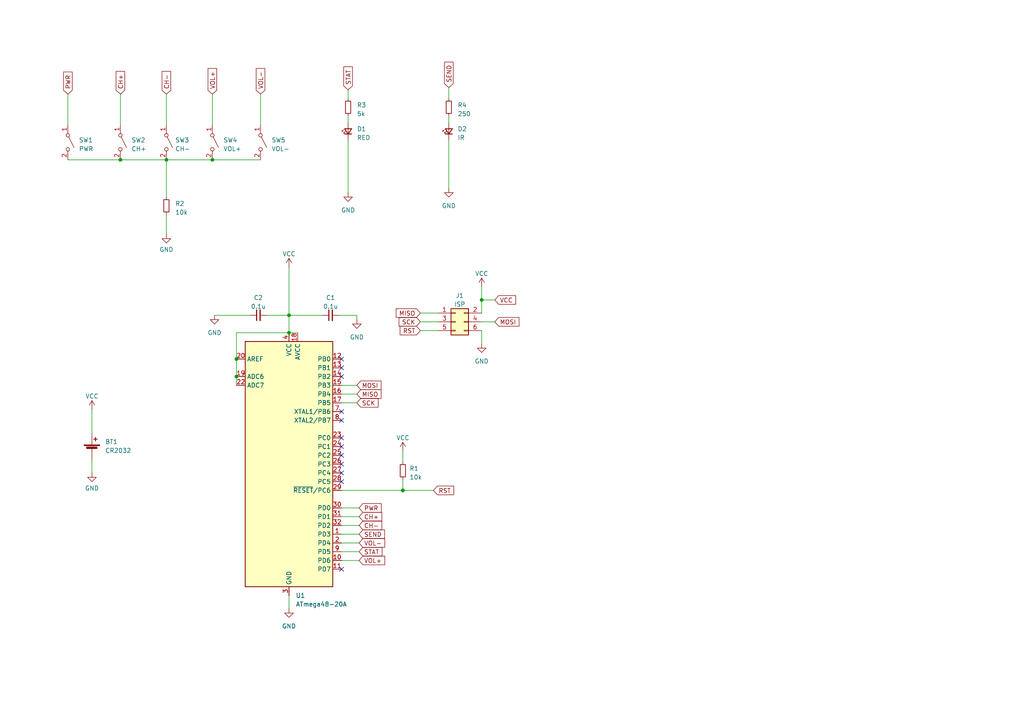
<source format=kicad_sch>
(kicad_sch (version 20230121) (generator eeschema)
  (paper "A4")
  (lib_symbols
    (symbol "Connector_Generic:Conn_02x03_Odd_Even" (pin_names (offset 1.016) hide)
      (property "Reference" "J" (at 1.27 5.08 0))
      (property "Value" "Conn_02x03_Odd_Even" (at 1.27 -5.08 0))
      (symbol "Conn_02x03_Odd_Even_1_1"
        (rectangle (start -1.27 -2.413) (end 0 -2.667) (stroke (width 0.1524)))
        (rectangle (start -1.27 0.127) (end 0 -0.127) (stroke (width 0.1524)))
        (rectangle (start -1.27 2.667) (end 0 2.413) (stroke (width 0.1524)))
        (rectangle (start -1.27 3.81) (end 3.81 -3.81) (stroke (width 0.254)) (fill (type background)))
        (rectangle (start 3.81 -2.413) (end 2.54 -2.667) (stroke (width 0.1524)))
        (rectangle (start 3.81 0.127) (end 2.54 -0.127) (stroke (width 0.1524)))
        (rectangle (start 3.81 2.667) (end 2.54 2.413) (stroke (width 0.1524)))
        (pin passive line (at -5.08 2.54 0) (length 3.81) (name "Pin_1") (number "1"))
        (pin passive line (at 7.62 2.54 180) (length 3.81) (name "Pin_2") (number "2"))
        (pin passive line (at -5.08 0 0) (length 3.81) (name "Pin_3") (number "3"))
        (pin passive line (at 7.62 0 180) (length 3.81) (name "Pin_4") (number "4"))
        (pin passive line (at -5.08 -2.54 0) (length 3.81) (name "Pin_5") (number "5"))
        (pin passive line (at 7.62 -2.54 180) (length 3.81) (name "Pin_6") (number "6"))
      )
    )
    (symbol "Device:Battery_Cell" (pin_numbers hide) (pin_names (offset 0) hide)
      (property "Reference" "BT" (at 2.54 2.54 0))
      (property "Value" "Battery_Cell" (at 2.54 0 0))
      (symbol "Battery_Cell_0_1"
        (rectangle (start -2.286 1.778) (end 2.286 1.524) (fill (type outline)))
        (rectangle (start -1.5748 1.1938) (end 1.4732 0.6858) (fill (type outline)))
        (polyline (pts (xy 0 0.762) (xy 0 0)))
        (polyline (pts (xy 0 1.778) (xy 0 2.54)))
        (polyline (pts (xy 0.508 3.429) (xy 1.524 3.429)) (stroke (width 0.254)))
        (polyline (pts (xy 1.016 3.937) (xy 1.016 2.921)) (stroke (width 0.254)))
      )
      (symbol "Battery_Cell_1_1"
        (pin passive line (at 0 5.08 270) (length 2.54) (name "+") (number "1"))
        (pin passive line (at 0 -2.54 90) (length 2.54) (name "-") (number "2"))
      )
    )
    (symbol "Device:C_Small" (pin_numbers hide) (pin_names (offset 0.254) hide)
      (property "Reference" "C" (at 0.254 1.778 0))
      (property "Value" "C_Small" (at 0.254 -2.032 0))
      (symbol "C_Small_0_1"
        (polyline (pts (xy -1.524 -0.508) (xy 1.524 -0.508)) (stroke (width 0.3302)))
        (polyline (pts (xy -1.524 0.508) (xy 1.524 0.508)) (stroke (width 0.3048)))
      )
      (symbol "C_Small_1_1"
        (pin passive line (at 0 2.54 270) (length 2.032) (name "~") (number "1"))
        (pin passive line (at 0 -2.54 90) (length 2.032) (name "~") (number "2"))
      )
    )
    (symbol "Device:LED_Small" (pin_numbers hide) (pin_names (offset 0.254) hide)
      (property "Reference" "D" (at -1.27 3.175 0))
      (property "Value" "LED_Small" (at -4.445 -2.54 0))
      (symbol "LED_Small_0_1"
        (polyline (pts (xy -0.762 -1.016) (xy -0.762 1.016)) (stroke (width 0.254)))
        (polyline (pts (xy 1.016 0) (xy -0.762 0)))
        (polyline (pts (xy 0.762 -1.016) (xy -0.762 0) (xy 0.762 1.016) (xy 0.762 -1.016)) (stroke (width 0.254)))
        (polyline (pts (xy 0 0.762) (xy -0.508 1.27) (xy -0.254 1.27) (xy -0.508 1.27) (xy -0.508 1.016)))
        (polyline (pts (xy 0.508 1.27) (xy 0 1.778) (xy 0.254 1.778) (xy 0 1.778) (xy 0 1.524)))
      )
      (symbol "LED_Small_1_1"
        (pin passive line (at -2.54 0 0) (length 1.778) (name "K") (number "1"))
        (pin passive line (at 2.54 0 180) (length 1.778) (name "A") (number "2"))
      )
    )
    (symbol "Device:R_Small" (pin_numbers hide) (pin_names (offset 0.254) hide)
      (property "Reference" "R" (at 0.762 0.508 0))
      (property "Value" "R_Small" (at 0.762 -1.016 0))
      (symbol "R_Small_0_1"
        (rectangle (start -0.762 1.778) (end 0.762 -1.778) (stroke (width 0.2032)))
      )
      (symbol "R_Small_1_1"
        (pin passive line (at 0 2.54 270) (length 0.762) (name "~") (number "1"))
        (pin passive line (at 0 -2.54 90) (length 0.762) (name "~") (number "2"))
      )
    )
    (symbol "MCU_Microchip_ATmega:ATmega48-20A"
      (property "Reference" "U" (at -12.7 36.83 0))
      (property "Value" "ATmega48-20A" (at 2.54 -36.83 0))
      (symbol "ATmega48-20A_0_1"
        (rectangle (start -12.7 -35.56) (end 12.7 35.56) (stroke (width 0.254)) (fill (type background)))
      )
      (symbol "ATmega48-20A_1_1"
        (pin bidirectional line (at 15.24 -20.32 180) (length 2.54) (name "PD3") (number "1"))
        (pin bidirectional line (at 15.24 -27.94 180) (length 2.54) (name "PD6") (number "10"))
        (pin bidirectional line (at 15.24 -30.48 180) (length 2.54) (name "PD7") (number "11"))
        (pin bidirectional line (at 15.24 30.48 180) (length 2.54) (name "PB0") (number "12"))
        (pin bidirectional line (at 15.24 27.94 180) (length 2.54) (name "PB1") (number "13"))
        (pin bidirectional line (at 15.24 25.4 180) (length 2.54) (name "PB2") (number "14"))
        (pin bidirectional line (at 15.24 22.86 180) (length 2.54) (name "PB3") (number "15"))
        (pin bidirectional line (at 15.24 20.32 180) (length 2.54) (name "PB4") (number "16"))
        (pin bidirectional line (at 15.24 17.78 180) (length 2.54) (name "PB5") (number "17"))
        (pin power_in line (at 2.54 38.1 270) (length 2.54) (name "AVCC") (number "18"))
        (pin input line (at -15.24 25.4 0) (length 2.54) (name "ADC6") (number "19"))
        (pin bidirectional line (at 15.24 -22.86 180) (length 2.54) (name "PD4") (number "2"))
        (pin passive line (at -15.24 30.48 0) (length 2.54) (name "AREF") (number "20"))
        (pin passive line (at 0 -38.1 90) (length 2.54) hide (name "GND") (number "21"))
        (pin input line (at -15.24 22.86 0) (length 2.54) (name "ADC7") (number "22"))
        (pin bidirectional line (at 15.24 7.62 180) (length 2.54) (name "PC0") (number "23"))
        (pin bidirectional line (at 15.24 5.08 180) (length 2.54) (name "PC1") (number "24"))
        (pin bidirectional line (at 15.24 2.54 180) (length 2.54) (name "PC2") (number "25"))
        (pin bidirectional line (at 15.24 0 180) (length 2.54) (name "PC3") (number "26"))
        (pin bidirectional line (at 15.24 -2.54 180) (length 2.54) (name "PC4") (number "27"))
        (pin bidirectional line (at 15.24 -5.08 180) (length 2.54) (name "PC5") (number "28"))
        (pin bidirectional line (at 15.24 -7.62 180) (length 2.54) (name "~{RESET}/PC6") (number "29"))
        (pin power_in line (at 0 -38.1 90) (length 2.54) (name "GND") (number "3"))
        (pin bidirectional line (at 15.24 -12.7 180) (length 2.54) (name "PD0") (number "30"))
        (pin bidirectional line (at 15.24 -15.24 180) (length 2.54) (name "PD1") (number "31"))
        (pin bidirectional line (at 15.24 -17.78 180) (length 2.54) (name "PD2") (number "32"))
        (pin power_in line (at 0 38.1 270) (length 2.54) (name "VCC") (number "4"))
        (pin passive line (at 0 -38.1 90) (length 2.54) hide (name "GND") (number "5"))
        (pin passive line (at 0 38.1 270) (length 2.54) hide (name "VCC") (number "6"))
        (pin bidirectional line (at 15.24 15.24 180) (length 2.54) (name "XTAL1/PB6") (number "7"))
        (pin bidirectional line (at 15.24 12.7 180) (length 2.54) (name "XTAL2/PB7") (number "8"))
        (pin bidirectional line (at 15.24 -25.4 180) (length 2.54) (name "PD5") (number "9"))
      )
    )
    (symbol "Switch:SW_SPST" (pin_names (offset 0) hide)
      (property "Reference" "SW" (at 0 3.175 0))
      (property "Value" "SW_SPST" (at 0 -2.54 0))
      (symbol "SW_SPST_0_0"
        (circle (center -2.032 0) (radius 0.508))
        (polyline (pts (xy -1.524 0.254) (xy 1.524 1.778)))
        (circle (center 2.032 0) (radius 0.508))
      )
      (symbol "SW_SPST_1_1"
        (pin passive line (at -5.08 0 0) (length 2.54) (name "A") (number "1"))
        (pin passive line (at 5.08 0 180) (length 2.54) (name "B") (number "2"))
      )
    )
    (symbol "power:GND" (power) (pin_names (offset 0))
      (property "Value" "GND" (at 0 -3.81 0))
      (symbol "GND_0_1"
        (polyline (pts (xy 0 0) (xy 0 -1.27) (xy 1.27 -1.27) (xy 0 -2.54) (xy -1.27 -1.27) (xy 0 -1.27)))
      )
      (symbol "GND_1_1"
        (pin power_in line (at 0 0 270) (length 0) hide (name "GND") (number "1"))
      )
    )
    (symbol "power:VCC" (power) (pin_names (offset 0))
      (property "Value" "VCC" (at 0 3.81 0))
      (symbol "VCC_0_1"
        (polyline (pts (xy -0.762 1.27) (xy 0 2.54)))
        (polyline (pts (xy 0 0) (xy 0 2.54)))
        (polyline (pts (xy 0 2.54) (xy 0.762 1.27)))
      )
      (symbol "VCC_1_1"
        (pin power_in line (at 0 0 90) (length 0) hide (name "VCC") (number "1"))
      )
    )
  )
  (junction (at 116.84 142.24))
  (junction (at 61.595 46.355))
  (junction (at 68.58 109.22))
  (junction (at 139.7 86.995))
  (junction (at 48.26 46.355))
  (junction (at 83.82 96.52))
  (junction (at 83.82 91.44))
  (junction (at 34.925 46.355))
  (junction (at 68.58 104.14))
  (no_connect (at 99.06 119.38))
  (no_connect (at 99.06 109.22))
  (no_connect (at 99.06 134.62))
  (no_connect (at 99.06 104.14))
  (no_connect (at 99.06 129.54))
  (no_connect (at 99.06 121.92))
  (no_connect (at 99.06 106.68))
  (no_connect (at 99.06 165.1))
  (no_connect (at 99.06 137.16))
  (no_connect (at 99.06 139.7))
  (no_connect (at 99.06 132.08))
  (no_connect (at 99.06 127))
  (wire (pts (xy 99.06 152.4) (xy 104.14 152.4)))
  (wire (pts (xy 75.565 27.305) (xy 75.565 36.195)))
  (wire (pts (xy 99.06 154.94) (xy 104.14 154.94)))
  (wire (pts (xy 99.06 149.86) (xy 104.14 149.86)))
  (wire (pts (xy 62.23 91.44) (xy 72.39 91.44)))
  (wire (pts (xy 121.92 90.805) (xy 127 90.805)))
  (wire (pts (xy 130.175 25.4) (xy 130.175 28.575)))
  (wire (pts (xy 121.92 93.345) (xy 127 93.345)))
  (wire (pts (xy 100.965 33.655) (xy 100.965 35.56)))
  (wire (pts (xy 99.06 147.32) (xy 104.14 147.32)))
  (wire (pts (xy 99.06 157.48) (xy 104.14 157.48)))
  (wire (pts (xy 99.06 160.02) (xy 104.14 160.02)))
  (wire (pts (xy 83.82 91.44) (xy 83.82 96.52)))
  (wire (pts (xy 68.58 104.14) (xy 68.58 109.22)))
  (wire (pts (xy 48.26 46.355) (xy 61.595 46.355)))
  (wire (pts (xy 68.58 96.52) (xy 83.82 96.52)))
  (wire (pts (xy 93.345 91.44) (xy 83.82 91.44)))
  (wire (pts (xy 98.425 91.44) (xy 103.505 91.44)))
  (wire (pts (xy 139.7 93.345) (xy 143.51 93.345)))
  (wire (pts (xy 26.67 133.35) (xy 26.67 137.16)))
  (wire (pts (xy 48.26 62.23) (xy 48.26 67.945)))
  (wire (pts (xy 139.7 83.185) (xy 139.7 86.995)))
  (wire (pts (xy 99.06 111.76) (xy 103.505 111.76)))
  (wire (pts (xy 139.7 95.885) (xy 139.7 99.695)))
  (wire (pts (xy 19.685 46.355) (xy 34.925 46.355)))
  (wire (pts (xy 121.92 95.885) (xy 127 95.885)))
  (wire (pts (xy 48.26 27.305) (xy 48.26 36.195)))
  (wire (pts (xy 61.595 27.305) (xy 61.595 36.195)))
  (wire (pts (xy 83.82 172.72) (xy 83.82 176.53)))
  (wire (pts (xy 34.925 27.305) (xy 34.925 36.195)))
  (wire (pts (xy 26.67 118.745) (xy 26.67 125.73)))
  (wire (pts (xy 68.58 104.14) (xy 68.58 96.52)))
  (wire (pts (xy 99.06 142.24) (xy 116.84 142.24)))
  (wire (pts (xy 48.26 46.355) (xy 48.26 57.15)))
  (wire (pts (xy 99.06 162.56) (xy 104.14 162.56)))
  (wire (pts (xy 61.595 46.355) (xy 75.565 46.355)))
  (wire (pts (xy 68.58 109.22) (xy 68.58 111.76)))
  (wire (pts (xy 116.84 130.81) (xy 116.84 133.985)))
  (wire (pts (xy 83.82 96.52) (xy 86.36 96.52)))
  (wire (pts (xy 99.06 114.3) (xy 103.505 114.3)))
  (wire (pts (xy 139.7 86.995) (xy 139.7 90.805)))
  (wire (pts (xy 100.965 26.035) (xy 100.965 28.575)))
  (wire (pts (xy 100.965 40.64) (xy 100.965 55.88)))
  (wire (pts (xy 103.505 91.44) (xy 103.505 92.71)))
  (wire (pts (xy 139.7 86.995) (xy 143.51 86.995)))
  (wire (pts (xy 19.685 27.305) (xy 19.685 36.195)))
  (wire (pts (xy 116.84 142.24) (xy 125.73 142.24)))
  (wire (pts (xy 99.06 116.84) (xy 103.505 116.84)))
  (wire (pts (xy 77.47 91.44) (xy 83.82 91.44)))
  (wire (pts (xy 130.175 40.64) (xy 130.175 54.61)))
  (wire (pts (xy 83.82 77.47) (xy 83.82 91.44)))
  (wire (pts (xy 34.925 46.355) (xy 48.26 46.355)))
  (wire (pts (xy 116.84 142.24) (xy 116.84 139.065)))
  (wire (pts (xy 130.175 33.655) (xy 130.175 35.56)))
  (global_label "MISO" (shape input) (at 103.505 114.3 0) (property "Intersheetrefs" "${INTERSHEET_REFS}" (effects hide)))
  (global_label "VOL-" (shape input) (at 104.14 157.48 0) (property "Intersheetrefs" "${INTERSHEET_REFS}" (effects hide)))
  (global_label "VOL-" (shape input) (at 75.565 27.305 90) (property "Intersheetrefs" "${INTERSHEET_REFS}" (effects hide)))
  (global_label "PWR" (shape input) (at 19.685 27.305 90) (property "Intersheetrefs" "${INTERSHEET_REFS}" (effects hide)))
  (global_label "VOL+" (shape input) (at 61.595 27.305 90) (property "Intersheetrefs" "${INTERSHEET_REFS}" (effects hide)))
  (global_label "RST" (shape input) (at 125.73 142.24 0) (property "Intersheetrefs" "${INTERSHEET_REFS}" (effects hide)))
  (global_label "SEND" (shape input) (at 130.175 25.4 90) (property "Intersheetrefs" "${INTERSHEET_REFS}" (effects hide)))
  (global_label "MOSI" (shape input) (at 143.51 93.345 0) (property "Intersheetrefs" "${INTERSHEET_REFS}" (effects hide)))
  (global_label "STAT" (shape input) (at 100.965 26.035 90) (property "Intersheetrefs" "${INTERSHEET_REFS}" (effects hide)))
  (global_label "SCK" (shape input) (at 121.92 93.345 180) (property "Intersheetrefs" "${INTERSHEET_REFS}" (effects hide)))
  (global_label "SEND" (shape input) (at 104.14 154.94 0) (property "Intersheetrefs" "${INTERSHEET_REFS}" (effects hide)))
  (global_label "RST" (shape input) (at 121.92 95.885 180) (property "Intersheetrefs" "${INTERSHEET_REFS}" (effects hide)))
  (global_label "CH-" (shape input) (at 104.14 152.4 0) (property "Intersheetrefs" "${INTERSHEET_REFS}" (effects hide)))
  (global_label "CH+" (shape input) (at 34.925 27.305 90) (property "Intersheetrefs" "${INTERSHEET_REFS}" (effects hide)))
  (global_label "VOL+" (shape input) (at 104.14 162.56 0) (property "Intersheetrefs" "${INTERSHEET_REFS}" (effects hide)))
  (global_label "CH+" (shape input) (at 104.14 149.86 0) (property "Intersheetrefs" "${INTERSHEET_REFS}" (effects hide)))
  (global_label "MOSI" (shape input) (at 103.505 111.76 0) (property "Intersheetrefs" "${INTERSHEET_REFS}" (effects hide)))
  (global_label "VCC" (shape input) (at 143.51 86.995 0) (property "Intersheetrefs" "${INTERSHEET_REFS}" (effects hide)))
  (global_label "MISO" (shape input) (at 121.92 90.805 180) (property "Intersheetrefs" "${INTERSHEET_REFS}" (effects hide)))
  (global_label "STAT" (shape input) (at 104.14 160.02 0) (property "Intersheetrefs" "${INTERSHEET_REFS}" (effects hide)))
  (global_label "CH-" (shape input) (at 48.26 27.305 90) (property "Intersheetrefs" "${INTERSHEET_REFS}" (effects hide)))
  (global_label "SCK" (shape input) (at 103.505 116.84 0) (property "Intersheetrefs" "${INTERSHEET_REFS}" (effects hide)))
  (global_label "PWR" (shape input) (at 104.14 147.32 0) (property "Intersheetrefs" "${INTERSHEET_REFS}" (effects hide)))
  (symbol (lib_id "Device:R_Small") (at 116.84 136.525 0) (unit 1)
    (property "Reference" "R1" (at 118.745 135.89 0) (effects (justify left)))
    (property "Value" "10k" (at 118.745 138.43 0) (effects (justify left)))
    (property "Footprint" "Resistor_SMD:R_0805_2012Metric" (effects hide))
  )
  (symbol (lib_id "power:GND") (at 83.82 176.53 0) (unit 1)
    (property "Reference" "#PWR01" (effects hide))
    (property "Value" "GND" (at 83.82 181.61 0))
  )
  (symbol (lib_id "Switch:SW_SPST") (at 34.925 41.275 270) (unit 1)
    (property "Reference" "SW2" (at 38.1 40.64 90) (effects (justify left)))
    (property "Value" "CH+" (at 38.1 43.18 90) (effects (justify left)))
    (property "Footprint" "Button_Switch_SMD:SW_SPST_TL3342" (effects hide))
  )
  (symbol (lib_id "Device:R_Small") (at 130.175 31.115 0) (unit 1)
    (property "Reference" "R4" (at 132.715 30.48 0) (effects (justify left)))
    (property "Value" "250" (at 132.715 33.02 0) (effects (justify left)))
    (property "Footprint" "Resistor_SMD:R_0805_2012Metric" (effects hide))
  )
  (symbol (lib_id "Device:C_Small") (at 95.885 91.44 90) (unit 1)
    (property "Reference" "C1" (at 95.8913 86.36 90))
    (property "Value" "0.1u" (at 95.8913 88.9 90))
    (property "Footprint" "Capacitor_SMD:C_0805_2012Metric" (effects hide))
  )
  (symbol (lib_id "power:VCC") (at 26.67 118.745 0) (unit 1)
    (property "Reference" "#PWR012" (effects hide))
    (property "Value" "VCC" (at 26.67 114.935 0))
  )
  (symbol (lib_id "Switch:SW_SPST") (at 61.595 41.275 270) (unit 1)
    (property "Reference" "SW4" (at 64.77 40.64 90) (effects (justify left)))
    (property "Value" "VOL+" (at 64.77 43.18 90) (effects (justify left)))
    (property "Footprint" "Button_Switch_SMD:SW_SPST_TL3342" (effects hide))
  )
  (symbol (lib_id "Device:Battery_Cell") (at 26.67 130.81 0) (unit 1)
    (property "Reference" "BT1" (at 30.48 128.143 0) (effects (justify left)))
    (property "Value" "CR2032" (at 30.48 130.683 0) (effects (justify left)))
    (property "Footprint" "Battery:BatteryHolder_Keystone_106_1x20mm" (effects hide))
  )
  (symbol (lib_id "power:GND") (at 139.7 99.695 0) (unit 1)
    (property "Reference" "#PWR09" (effects hide))
    (property "Value" "GND" (at 139.7 104.775 0))
  )
  (symbol (lib_id "power:GND") (at 62.23 91.44 0) (unit 1)
    (property "Reference" "#PWR03" (effects hide))
    (property "Value" "GND" (at 62.23 96.52 0))
  )
  (symbol (lib_id "Switch:SW_SPST") (at 48.26 41.275 270) (unit 1)
    (property "Reference" "SW3" (at 50.8 40.64 90) (effects (justify left)))
    (property "Value" "CH-" (at 50.8 43.18 90) (effects (justify left)))
    (property "Footprint" "Button_Switch_SMD:SW_SPST_TL3342" (effects hide))
  )
  (symbol (lib_id "power:GND") (at 48.26 67.945 0) (unit 1)
    (property "Reference" "#PWR06" (effects hide))
    (property "Value" "GND" (at 48.26 72.39 0))
  )
  (symbol (lib_id "Switch:SW_SPST") (at 75.565 41.275 270) (unit 1)
    (property "Reference" "SW5" (at 78.74 40.64 90) (effects (justify left)))
    (property "Value" "VOL-" (at 78.74 43.18 90) (effects (justify left)))
    (property "Footprint" "Button_Switch_SMD:SW_SPST_TL3342" (effects hide))
  )
  (symbol (lib_id "power:GND") (at 103.505 92.71 0) (unit 1)
    (property "Reference" "#PWR04" (effects hide))
    (property "Value" "GND" (at 103.505 97.79 0))
  )
  (symbol (lib_id "power:VCC") (at 83.82 77.47 0) (unit 1)
    (property "Reference" "#PWR02" (effects hide))
    (property "Value" "VCC" (at 83.82 73.66 0))
  )
  (symbol (lib_id "Device:LED_Small") (at 100.965 38.1 90) (unit 1)
    (property "Reference" "D1" (at 103.505 37.4015 90) (effects (justify right)))
    (property "Value" "RED" (at 103.505 39.9415 90) (effects (justify right)))
    (property "Footprint" "LED_SMD:LED_1206_3216Metric" (effects hide))
  )
  (symbol (lib_id "Device:LED_Small") (at 130.175 38.1 90) (unit 1)
    (property "Reference" "D2" (at 132.715 37.4015 90) (effects (justify right)))
    (property "Value" "IR" (at 132.715 39.9415 90) (effects (justify right)))
    (property "Footprint" "LED_THT:LED_D5.0mm_IRGrey" (effects hide))
  )
  (symbol (lib_id "Device:R_Small") (at 100.965 31.115 0) (unit 1)
    (property "Reference" "R3" (at 103.505 30.48 0) (effects (justify left)))
    (property "Value" "5k" (at 103.505 33.02 0) (effects (justify left)))
    (property "Footprint" "Resistor_SMD:R_0805_2012Metric" (effects hide))
  )
  (symbol (lib_id "Device:R_Small") (at 48.26 59.69 0) (unit 1)
    (property "Reference" "R2" (at 50.8 59.055 0) (effects (justify left)))
    (property "Value" "10k" (at 50.8 61.595 0) (effects (justify left)))
    (property "Footprint" "Resistor_SMD:R_0805_2012Metric" (effects hide))
  )
  (symbol (lib_id "power:GND") (at 26.67 137.16 0) (unit 1)
    (property "Reference" "#PWR011" (effects hide))
    (property "Value" "GND" (at 26.67 141.605 0))
  )
  (symbol (lib_id "power:VCC") (at 139.7 83.185 0) (unit 1)
    (property "Reference" "#PWR010" (effects hide))
    (property "Value" "VCC" (at 139.7 79.375 0))
  )
  (symbol (lib_id "power:VCC") (at 116.84 130.81 0) (unit 1)
    (property "Reference" "#PWR05" (effects hide))
    (property "Value" "VCC" (at 116.84 127 0))
  )
  (symbol (lib_id "power:GND") (at 130.175 54.61 0) (unit 1)
    (property "Reference" "#PWR08" (effects hide))
    (property "Value" "GND" (at 130.175 59.69 0))
  )
  (symbol (lib_id "Device:C_Small") (at 74.93 91.44 90) (unit 1)
    (property "Reference" "C2" (at 74.9363 86.36 90))
    (property "Value" "0.1u" (at 74.9363 88.9 90))
    (property "Footprint" "Capacitor_SMD:C_0805_2012Metric" (effects hide))
  )
  (symbol (lib_id "MCU_Microchip_ATmega:ATmega48-20A") (at 83.82 134.62 0) (unit 1)
    (property "Reference" "U1" (at 85.7759 172.72 0) (effects (justify left)))
    (property "Value" "ATmega48-20A" (at 85.7759 175.26 0) (effects (justify left)))
    (property "Footprint" "Package_QFP:TQFP-32_7x7mm_P0.8mm" (effects hide))
    (property "Datasheet" "http://ww1.microchip.com/downloads/en/DeviceDoc/Atmel-2545-8-bit-AVR-Microcontroller-ATmega48-88-168_Datasheet.pdf" (effects hide))
  )
  (symbol (lib_id "Connector_Generic:Conn_02x03_Odd_Even") (at 132.08 93.345 0) (unit 1)
    (property "Reference" "J1" (at 133.35 85.725 0))
    (property "Value" "ISP" (at 133.35 88.265 0))
    (property "Footprint" "Connector_PinHeader_2.54mm:PinHeader_2x03_P2.54mm_Vertical" (effects hide))
  )
  (symbol (lib_id "Switch:SW_SPST") (at 19.685 41.275 270) (unit 1)
    (property "Reference" "SW1" (at 22.86 40.64 90) (effects (justify left)))
    (property "Value" "PWR" (at 22.86 43.18 90) (effects (justify left)))
    (property "Footprint" "Button_Switch_SMD:SW_SPST_TL3342" (effects hide))
  )
  (symbol (lib_id "power:GND") (at 100.965 55.88 0) (unit 1)
    (property "Reference" "#PWR07" (effects hide))
    (property "Value" "GND" (at 100.965 60.96 0))
  )
)
</source>
